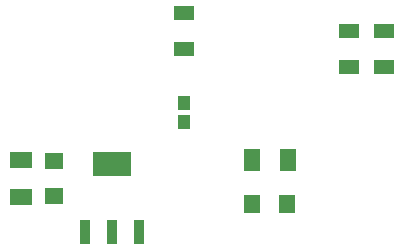
<source format=gbr>
G04*
G04 #@! TF.GenerationSoftware,Altium Limited,Altium Designer,24.8.2 (39)*
G04*
G04 Layer_Color=8421504*
%FSLAX25Y25*%
%MOIN*%
G70*
G04*
G04 #@! TF.SameCoordinates,7DA90572-2472-42F9-BF80-4CDDFEAFDCCF*
G04*
G04*
G04 #@! TF.FilePolarity,Positive*
G04*
G01*
G75*
%ADD18R,0.05339X0.07316*%
%ADD19R,0.05512X0.06299*%
%ADD20R,0.07087X0.04921*%
%ADD21R,0.04166X0.05142*%
%ADD22R,0.07316X0.05339*%
%ADD23R,0.06299X0.05512*%
%ADD24R,0.03543X0.08268*%
%ADD25R,0.12598X0.08268*%
D18*
X390008Y358500D02*
D03*
X377992D02*
D03*
D19*
X389906Y344000D02*
D03*
X378095D02*
D03*
D20*
X410500Y401504D02*
D03*
Y389496D02*
D03*
X422000Y389496D02*
D03*
Y401504D02*
D03*
X355500Y407504D02*
D03*
Y395496D02*
D03*
D21*
Y371445D02*
D03*
Y377555D02*
D03*
D22*
X301000Y346492D02*
D03*
Y358508D02*
D03*
D23*
X312000Y346595D02*
D03*
Y358405D02*
D03*
D24*
X322445Y334780D02*
D03*
X331500D02*
D03*
X340555D02*
D03*
D25*
X331500Y357221D02*
D03*
M02*

</source>
